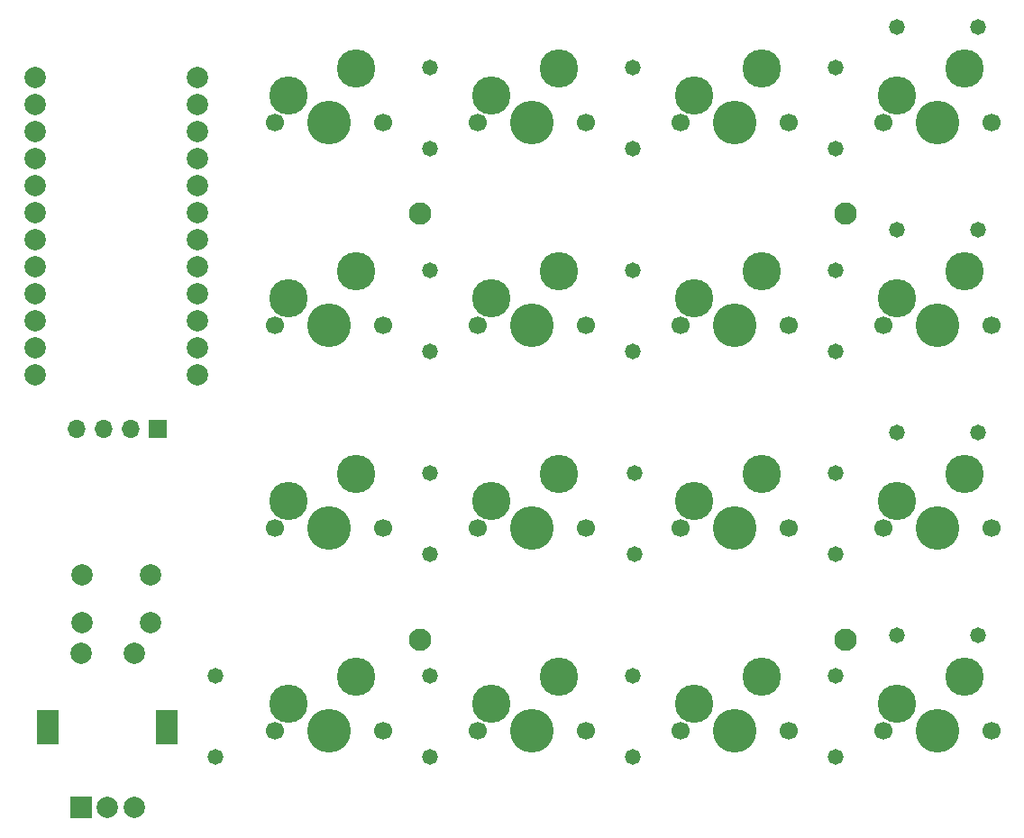
<source format=gts>
%TF.GenerationSoftware,KiCad,Pcbnew,(6.0.9)*%
%TF.CreationDate,2022-11-11T18:48:27-07:00*%
%TF.ProjectId,dumbpad,64756d62-7061-4642-9e6b-696361645f70,rev?*%
%TF.SameCoordinates,Original*%
%TF.FileFunction,Soldermask,Top*%
%TF.FilePolarity,Negative*%
%FSLAX46Y46*%
G04 Gerber Fmt 4.6, Leading zero omitted, Abs format (unit mm)*
G04 Created by KiCad (PCBNEW (6.0.9)) date 2022-11-11 18:48:27*
%MOMM*%
%LPD*%
G01*
G04 APERTURE LIST*
%ADD10R,1.700000X1.700000*%
%ADD11O,1.700000X1.700000*%
%ADD12C,2.006600*%
%ADD13C,2.100000*%
%ADD14R,2.000000X2.000000*%
%ADD15C,2.000000*%
%ADD16R,2.000000X3.200000*%
%ADD17C,4.100000*%
%ADD18C,1.700000*%
%ADD19C,3.600000*%
%ADD20C,1.477000*%
G04 APERTURE END LIST*
D10*
%TO.C,J1*%
X113940000Y-105080000D03*
D11*
X111400000Y-105080000D03*
X108860000Y-105080000D03*
X106320000Y-105080000D03*
%TD*%
D12*
%TO.C,S17*%
X106799900Y-118743000D03*
X113302300Y-118743000D03*
X106799900Y-123264200D03*
X113302300Y-123264200D03*
%TD*%
D13*
%TO.C,REF\u002A\u002A*%
X138576100Y-124828600D03*
%TD*%
%TO.C,REF\u002A\u002A*%
X178576100Y-124828600D03*
%TD*%
D12*
%TO.C,B1*%
X102431100Y-72053600D03*
X102431100Y-74593600D03*
X102431100Y-77133600D03*
X102431100Y-79673600D03*
X102431100Y-82213600D03*
X102431100Y-84753600D03*
X102431100Y-87293600D03*
X102431100Y-89833600D03*
X102431100Y-92373600D03*
X102431100Y-94913600D03*
X102431100Y-97453600D03*
X102431100Y-99993600D03*
X117671100Y-99993600D03*
X117671100Y-97453600D03*
X117671100Y-94913600D03*
X117671100Y-92373600D03*
X117671100Y-89833600D03*
X117671100Y-87293600D03*
X117671100Y-84753600D03*
X117671100Y-82213600D03*
X117671100Y-79673600D03*
X117671100Y-77133600D03*
X117671100Y-74593600D03*
X117671100Y-72053600D03*
%TD*%
D14*
%TO.C,RE_3_1*%
X106720000Y-140600000D03*
D15*
X111720000Y-140600000D03*
X109220000Y-140600000D03*
D16*
X103620000Y-133100000D03*
X114820000Y-133100000D03*
D15*
X111720000Y-126100000D03*
X106720000Y-126100000D03*
%TD*%
D13*
%TO.C,REF\u002A\u002A*%
X138576100Y-84828600D03*
%TD*%
%TO.C,REF\u002A\u002A*%
X178576100Y-84828600D03*
%TD*%
D17*
%TO.C,S1*%
X130001100Y-76253600D03*
D18*
X124921100Y-76253600D03*
X135081100Y-76253600D03*
D19*
X132541100Y-71173600D03*
X126191100Y-73713600D03*
%TD*%
D20*
%TO.C,D10*%
X158750000Y-109220000D03*
X158750000Y-116840000D03*
%TD*%
D17*
%TO.C,S15*%
X168101100Y-133403600D03*
D18*
X163021100Y-133403600D03*
X173181100Y-133403600D03*
D19*
X170641100Y-128323600D03*
X164291100Y-130863600D03*
%TD*%
D18*
%TO.C,S8*%
X192231100Y-95303600D03*
X182071100Y-95303600D03*
D17*
X187151100Y-95303600D03*
D19*
X189691100Y-90223600D03*
X183341100Y-92763600D03*
%TD*%
D17*
%TO.C,S2*%
X149051100Y-76253600D03*
D18*
X154131100Y-76253600D03*
X143971100Y-76253600D03*
D19*
X151591100Y-71173600D03*
X145241100Y-73713600D03*
%TD*%
D20*
%TO.C,D8*%
X190961100Y-86360000D03*
X183341100Y-86360000D03*
%TD*%
%TO.C,D6*%
X158576100Y-90170000D03*
X158576100Y-97790000D03*
%TD*%
D18*
%TO.C,S4*%
X182071100Y-76253600D03*
X192231100Y-76253600D03*
D17*
X187151100Y-76253600D03*
D19*
X189691100Y-71173600D03*
X183341100Y-73713600D03*
%TD*%
D18*
%TO.C,S5*%
X135081100Y-95303600D03*
D17*
X130001100Y-95303600D03*
D18*
X124921100Y-95303600D03*
D19*
X132541100Y-90223600D03*
X126191100Y-92763600D03*
%TD*%
D20*
%TO.C,D4*%
X190961100Y-67310000D03*
X183341100Y-67310000D03*
%TD*%
D18*
%TO.C,S14*%
X143971100Y-133403600D03*
X154131100Y-133403600D03*
D17*
X149051100Y-133403600D03*
D19*
X151591100Y-128323600D03*
X145241100Y-130863600D03*
%TD*%
D17*
%TO.C,S11*%
X168101100Y-114353600D03*
D18*
X163021100Y-114353600D03*
X173181100Y-114353600D03*
D19*
X170641100Y-109273600D03*
X164291100Y-111813600D03*
%TD*%
D17*
%TO.C,S7*%
X168101100Y-95303600D03*
D18*
X163021100Y-95303600D03*
X173181100Y-95303600D03*
D19*
X170641100Y-90223600D03*
X164291100Y-92763600D03*
%TD*%
D18*
%TO.C,S6*%
X154131100Y-95303600D03*
D17*
X149051100Y-95303600D03*
D18*
X143971100Y-95303600D03*
D19*
X151591100Y-90223600D03*
X145241100Y-92763600D03*
%TD*%
D20*
%TO.C,D9*%
X139526100Y-109220000D03*
X139526100Y-116840000D03*
%TD*%
%TO.C,D11*%
X177626100Y-109220000D03*
X177626100Y-116840000D03*
%TD*%
%TO.C,D13*%
X139526100Y-128270000D03*
X139526100Y-135890000D03*
%TD*%
D18*
%TO.C,S12*%
X182071100Y-114353600D03*
D17*
X187151100Y-114353600D03*
D18*
X192231100Y-114353600D03*
D19*
X189691100Y-109273600D03*
X183341100Y-111813600D03*
%TD*%
D20*
%TO.C,D20*%
X119380000Y-128270000D03*
X119380000Y-135890000D03*
%TD*%
%TO.C,D7*%
X177626100Y-90170000D03*
X177626100Y-97790000D03*
%TD*%
D17*
%TO.C,S3*%
X168101100Y-76253600D03*
D18*
X173181100Y-76253600D03*
X163021100Y-76253600D03*
D19*
X170641100Y-71173600D03*
X164291100Y-73713600D03*
%TD*%
D20*
%TO.C,D5*%
X139526100Y-90170000D03*
X139526100Y-97790000D03*
%TD*%
%TO.C,D16*%
X190961100Y-124460000D03*
X183341100Y-124460000D03*
%TD*%
%TO.C,D14*%
X158576100Y-128270000D03*
X158576100Y-135890000D03*
%TD*%
%TO.C,D3*%
X177626100Y-71120000D03*
X177626100Y-78740000D03*
%TD*%
%TO.C,D15*%
X177626100Y-128270000D03*
X177626100Y-135890000D03*
%TD*%
D17*
%TO.C,S13*%
X130001100Y-133407200D03*
D18*
X124921100Y-133407200D03*
X135081100Y-133407200D03*
D19*
X132541100Y-128327200D03*
X126191100Y-130867200D03*
%TD*%
D18*
%TO.C,S9*%
X124921100Y-114353600D03*
X135081100Y-114353600D03*
D17*
X130001100Y-114353600D03*
D19*
X132541100Y-109273600D03*
X126191100Y-111813600D03*
%TD*%
D20*
%TO.C,D1*%
X139526100Y-71120000D03*
X139526100Y-78740000D03*
%TD*%
D18*
%TO.C,S16*%
X182071100Y-133407200D03*
X192231100Y-133407200D03*
D17*
X187151100Y-133407200D03*
D19*
X189691100Y-128327200D03*
X183341100Y-130867200D03*
%TD*%
D20*
%TO.C,D12*%
X190961100Y-105410000D03*
X183341100Y-105410000D03*
%TD*%
%TO.C,D2*%
X158576100Y-71120000D03*
X158576100Y-78740000D03*
%TD*%
D17*
%TO.C,S10*%
X149051100Y-114353600D03*
D18*
X143971100Y-114353600D03*
X154131100Y-114353600D03*
D19*
X151591100Y-109273600D03*
X145241100Y-111813600D03*
%TD*%
M02*

</source>
